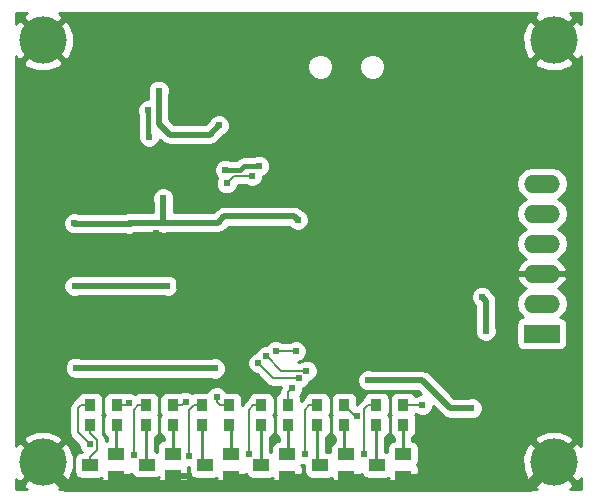
<source format=gbl>
G04 #@! TF.FileFunction,Copper,L2,Bot,Signal*
%FSLAX46Y46*%
G04 Gerber Fmt 4.6, Leading zero omitted, Abs format (unit mm)*
G04 Created by KiCad (PCBNEW 4.0.7) date 03/21/18 23:37:41*
%MOMM*%
%LPD*%
G01*
G04 APERTURE LIST*
%ADD10C,0.101600*%
%ADD11R,3.048000X1.524000*%
%ADD12O,3.048000X1.524000*%
%ADD13R,1.400000X1.000000*%
%ADD14R,0.950000X1.000000*%
%ADD15C,4.000000*%
%ADD16C,0.609600*%
%ADD17C,0.508000*%
%ADD18C,0.254000*%
%ADD19C,1.016000*%
%ADD20C,0.381000*%
%ADD21C,0.203200*%
G04 APERTURE END LIST*
D10*
D11*
X179500000Y-62850000D03*
D12*
X179500000Y-60310000D03*
X179500000Y-57770000D03*
X179500000Y-55230000D03*
X179500000Y-52690000D03*
X179500000Y-50150000D03*
D13*
X143450000Y-73050000D03*
X143450000Y-74950000D03*
X141250000Y-74000000D03*
X148250000Y-73000000D03*
X148250000Y-74900000D03*
X146050000Y-73950000D03*
X153200000Y-73050000D03*
X153200000Y-74950000D03*
X151000000Y-74000000D03*
X157950000Y-73050000D03*
X157950000Y-74950000D03*
X155750000Y-74000000D03*
X162950000Y-73050000D03*
X162950000Y-74950000D03*
X160750000Y-74000000D03*
X167750000Y-73050000D03*
X167750000Y-74950000D03*
X165550000Y-74000000D03*
D14*
X143500000Y-68925000D03*
X143500000Y-70575000D03*
X141250000Y-70575000D03*
X141250000Y-68925000D03*
X148250000Y-68925000D03*
X148250000Y-70575000D03*
X146000000Y-70575000D03*
X146000000Y-68925000D03*
X153000000Y-68925000D03*
X153000000Y-70575000D03*
X150750000Y-70575000D03*
X150750000Y-68925000D03*
X158000000Y-68925000D03*
X158000000Y-70575000D03*
X155750000Y-70575000D03*
X155750000Y-68925000D03*
X162750000Y-68925000D03*
X162750000Y-70575000D03*
X160500000Y-70575000D03*
X160500000Y-68925000D03*
X167750000Y-68925000D03*
X167750000Y-70575000D03*
X165500000Y-70575000D03*
X165500000Y-68925000D03*
D15*
X180500000Y-73750000D03*
X137250000Y-73750000D03*
X137250000Y-38000000D03*
X180500000Y-38000000D03*
D16*
X147068600Y-42275000D03*
X174763000Y-62627600D03*
X173543800Y-69155400D03*
X158862600Y-53210000D03*
X140041200Y-65751800D03*
X139939600Y-58817600D03*
X139888800Y-53509000D03*
X147483400Y-53450000D03*
X152157000Y-45225000D03*
X174432800Y-59732000D03*
X147440000Y-51400000D03*
X144510000Y-53530000D03*
X164800000Y-66800000D03*
X151800000Y-65800000D03*
X147800000Y-58800000D03*
X171000000Y-37000000D03*
X170250000Y-37000000D03*
X169500000Y-37000000D03*
X169500000Y-37750000D03*
X170250000Y-37750000D03*
X171000000Y-37750000D03*
X171000000Y-38500000D03*
X170250000Y-38500000D03*
X169500000Y-38500000D03*
X181500000Y-70250000D03*
X146873800Y-54347200D03*
X156170200Y-51807200D03*
X172299200Y-38980200D03*
X175194800Y-45660400D03*
X171181600Y-45660400D03*
X168794000Y-45228600D03*
X166025400Y-44847600D03*
X161351800Y-44847600D03*
X150100000Y-52450000D03*
X145248200Y-37888000D03*
X147254800Y-37938800D03*
X152157000Y-37253000D03*
X156195600Y-45228600D03*
X149500000Y-44750000D03*
X148500000Y-44750000D03*
X148500000Y-43750000D03*
X149500000Y-43750000D03*
X152250000Y-43250000D03*
X146264200Y-47844800D03*
X140220000Y-49400000D03*
X170000000Y-52400000D03*
X153800000Y-65800000D03*
X148800000Y-58800000D03*
X155586000Y-48657600D03*
X152690400Y-48987800D03*
X146238800Y-46193800D03*
X146175000Y-43925000D03*
X141235000Y-72228800D03*
X144943400Y-73097400D03*
X149667800Y-73194000D03*
X154697000Y-73067000D03*
X159446800Y-73041600D03*
X164476000Y-73055000D03*
X155478034Y-65345390D03*
X158913400Y-66640800D03*
X156144800Y-64761200D03*
X159573800Y-66005800D03*
X144537000Y-68723600D03*
X149337600Y-68644839D03*
X151979200Y-68238429D03*
X152817400Y-50130800D03*
X154976400Y-49495800D03*
X156957600Y-64354800D03*
X158679363Y-64333093D03*
X158380000Y-67425639D03*
X163815600Y-69864041D03*
X169378200Y-68901400D03*
D17*
X148000000Y-46000000D02*
X151382000Y-46000000D01*
X151382000Y-46000000D02*
X152157000Y-45225000D01*
X147068600Y-45068600D02*
X148000000Y-46000000D01*
X147068600Y-42275000D02*
X147068600Y-45068600D01*
X152608399Y-52905201D02*
X152063600Y-53450000D01*
X152063600Y-53450000D02*
X147483400Y-53450000D01*
X158862600Y-53210000D02*
X158557801Y-52905201D01*
X158557801Y-52905201D02*
X152608399Y-52905201D01*
X174763000Y-62627600D02*
X174763000Y-60062200D01*
X174763000Y-60062200D02*
X174432800Y-59732000D01*
X169385000Y-66800000D02*
X171740400Y-69155400D01*
X171740400Y-69155400D02*
X173543800Y-69155400D01*
X164800000Y-66800000D02*
X169385000Y-66800000D01*
X151800000Y-65800000D02*
X140089400Y-65800000D01*
X140089400Y-65800000D02*
X140041200Y-65751800D01*
X147800000Y-58800000D02*
X139957200Y-58800000D01*
X139957200Y-58800000D02*
X139939600Y-58817600D01*
X147440000Y-51400000D02*
X147440000Y-53406600D01*
X147440000Y-53406600D02*
X147483400Y-53450000D01*
X144510000Y-53530000D02*
X139909800Y-53530000D01*
X139909800Y-53530000D02*
X139888800Y-53509000D01*
X147483400Y-53450000D02*
X144590000Y-53450000D01*
X144590000Y-53450000D02*
X144510000Y-53530000D01*
D18*
X169500000Y-37000000D02*
X170250000Y-37000000D01*
X170250000Y-37750000D02*
X169500000Y-37750000D01*
X171000000Y-38500000D02*
X171000000Y-37750000D01*
X169500000Y-38500000D02*
X170250000Y-38500000D01*
X166025400Y-44847600D02*
X166025400Y-41974600D01*
X166025400Y-41974600D02*
X169500000Y-38500000D01*
D19*
X143500000Y-75749999D02*
X148250000Y-75749999D01*
X148250000Y-75749999D02*
X153250000Y-75749999D01*
X148250000Y-74900000D02*
X148250000Y-75749999D01*
X139249999Y-75749999D02*
X143500000Y-75749999D01*
X143450000Y-74950000D02*
X143450000Y-75699999D01*
X143450000Y-75699999D02*
X143500000Y-75749999D01*
X153250000Y-75749999D02*
X158000000Y-75749999D01*
X153200000Y-74950000D02*
X153200000Y-75699999D01*
X153200000Y-75699999D02*
X153250000Y-75749999D01*
X158000000Y-75749999D02*
X163000000Y-75749999D01*
X157950000Y-74950000D02*
X157950000Y-75699999D01*
X157950000Y-75699999D02*
X158000000Y-75749999D01*
X163000000Y-75749999D02*
X167750000Y-75749999D01*
X163000000Y-75749999D02*
X163000000Y-75000000D01*
X163000000Y-75000000D02*
X162950000Y-74950000D01*
X167750000Y-75749999D02*
X178500001Y-75749999D01*
X167750000Y-74950000D02*
X167750000Y-75749999D01*
X137250000Y-73750000D02*
X139249999Y-75749999D01*
X178500001Y-75749999D02*
X180500000Y-73750000D01*
D17*
X145299000Y-37938800D02*
X145248200Y-37888000D01*
D20*
X153985800Y-48987800D02*
X154316000Y-48657600D01*
X154316000Y-48657600D02*
X155586000Y-48657600D01*
X152690400Y-48987800D02*
X153985800Y-48987800D01*
X146175000Y-43925000D02*
X146175000Y-46130000D01*
X146175000Y-46130000D02*
X146238800Y-46193800D01*
D21*
X140220800Y-69153600D02*
X140449400Y-68925000D01*
X140449400Y-68925000D02*
X141250000Y-68925000D01*
X140220800Y-71214600D02*
X140220800Y-69153600D01*
X140220800Y-71214600D02*
X141235000Y-72228800D01*
X144943400Y-73097400D02*
X144943400Y-69303400D01*
X144943400Y-69303400D02*
X145321800Y-68925000D01*
X145321800Y-68925000D02*
X146000000Y-68925000D01*
X144945200Y-73095600D02*
X144943400Y-73097400D01*
X149667800Y-73194000D02*
X149667800Y-69329000D01*
X149667800Y-69329000D02*
X150071800Y-68925000D01*
X150071800Y-68925000D02*
X150750000Y-68925000D01*
X149669600Y-73192200D02*
X149667800Y-73194000D01*
X154697000Y-73067000D02*
X154697000Y-69299800D01*
X154697000Y-69299800D02*
X155071800Y-68925000D01*
X155071800Y-68925000D02*
X155750000Y-68925000D01*
X154720600Y-73043400D02*
X154697000Y-73067000D01*
X159446800Y-73041600D02*
X159446800Y-69300000D01*
X159446800Y-69300000D02*
X159821800Y-68925000D01*
X159821800Y-68925000D02*
X160500000Y-68925000D01*
X159448600Y-73039800D02*
X159446800Y-73041600D01*
X164476000Y-73055000D02*
X164476000Y-69270800D01*
X164476000Y-69270800D02*
X164821800Y-68925000D01*
X164821800Y-68925000D02*
X165500000Y-68925000D01*
X164477800Y-73053200D02*
X164476000Y-73055000D01*
D18*
X143450000Y-73050000D02*
X143450000Y-70625000D01*
X143450000Y-70625000D02*
X143500000Y-70575000D01*
D21*
X141250000Y-70575000D02*
X141250000Y-71278200D01*
X141250000Y-71278200D02*
X141844601Y-71872801D01*
X141844601Y-71872801D02*
X141844601Y-72702199D01*
X141844601Y-72702199D02*
X141250000Y-73296800D01*
X141250000Y-73296800D02*
X141250000Y-74000000D01*
D18*
X148250000Y-73000000D02*
X148250000Y-70575000D01*
X146000000Y-70575000D02*
X146000000Y-73900000D01*
X146000000Y-73900000D02*
X146050000Y-73950000D01*
X153200000Y-73050000D02*
X153200000Y-70775000D01*
X153200000Y-70775000D02*
X153000000Y-70575000D01*
X150750000Y-70575000D02*
X150750000Y-73750000D01*
X150750000Y-73750000D02*
X151000000Y-74000000D01*
X158000000Y-70575000D02*
X158000000Y-73000000D01*
X158000000Y-73000000D02*
X157950000Y-73050000D01*
X155750000Y-70575000D02*
X155750000Y-74000000D01*
X162750000Y-70575000D02*
X162750000Y-72850000D01*
X162750000Y-72850000D02*
X162950000Y-73050000D01*
X160500000Y-70575000D02*
X160500000Y-73750000D01*
X160500000Y-73750000D02*
X160750000Y-74000000D01*
X167750000Y-70575000D02*
X167750000Y-73050000D01*
X165500000Y-70575000D02*
X165500000Y-73950000D01*
X165500000Y-73950000D02*
X165550000Y-74000000D01*
D21*
X155782833Y-65650189D02*
X155478034Y-65345390D01*
X156773444Y-66640800D02*
X155782833Y-65650189D01*
X158913400Y-66640800D02*
X156773444Y-66640800D01*
X157440200Y-66005800D02*
X156195600Y-64761200D01*
X156195600Y-64761200D02*
X156144800Y-64761200D01*
X159573800Y-66005800D02*
X157440200Y-66005800D01*
X144537000Y-68723600D02*
X144335600Y-68925000D01*
X144335600Y-68925000D02*
X143500000Y-68925000D01*
X149337600Y-68644839D02*
X149060000Y-68922439D01*
X149060000Y-68922439D02*
X149060000Y-68925000D01*
X148250000Y-68925000D02*
X149060000Y-68925000D01*
X151979200Y-68238429D02*
X151979200Y-68669481D01*
X151979200Y-68669481D02*
X152234719Y-68925000D01*
X152234719Y-68925000D02*
X153000000Y-68925000D01*
X154976400Y-49495800D02*
X153452400Y-49495800D01*
X153452400Y-49495800D02*
X152817400Y-50130800D01*
X158679363Y-64333093D02*
X156979307Y-64333093D01*
X156979307Y-64333093D02*
X156957600Y-64354800D01*
X158000000Y-68925000D02*
X158000000Y-67805639D01*
X158000000Y-67805639D02*
X158380000Y-67425639D01*
X163815600Y-69864041D02*
X163689041Y-69864041D01*
X163689041Y-69864041D02*
X162750000Y-68925000D01*
X167750000Y-68925000D02*
X169354600Y-68925000D01*
X169354600Y-68925000D02*
X169378200Y-68901400D01*
D18*
G36*
X159259042Y-73981237D02*
X159402560Y-73981362D01*
X159402560Y-74500000D01*
X159446838Y-74735317D01*
X159585910Y-74951441D01*
X159798110Y-75096431D01*
X160050000Y-75147440D01*
X161450000Y-75147440D01*
X161685317Y-75103162D01*
X161725971Y-75077002D01*
X161773748Y-75077002D01*
X161615000Y-75235750D01*
X161615000Y-75576309D01*
X161711673Y-75809698D01*
X161890301Y-75988327D01*
X162015051Y-76040000D01*
X158884949Y-76040000D01*
X159009699Y-75988327D01*
X159188327Y-75809698D01*
X159285000Y-75576309D01*
X159285000Y-75235750D01*
X159126250Y-75077000D01*
X158077000Y-75077000D01*
X158077000Y-75097000D01*
X157823000Y-75097000D01*
X157823000Y-75077000D01*
X157803000Y-75077000D01*
X157803000Y-74823000D01*
X157823000Y-74823000D01*
X157823000Y-74803000D01*
X158077000Y-74803000D01*
X158077000Y-74823000D01*
X159126250Y-74823000D01*
X159285000Y-74664250D01*
X159285000Y-74323691D01*
X159188327Y-74090302D01*
X159105774Y-74007748D01*
X159153759Y-73937520D01*
X159259042Y-73981237D01*
X159259042Y-73981237D01*
G37*
X159259042Y-73981237D02*
X159402560Y-73981362D01*
X159402560Y-74500000D01*
X159446838Y-74735317D01*
X159585910Y-74951441D01*
X159798110Y-75096431D01*
X160050000Y-75147440D01*
X161450000Y-75147440D01*
X161685317Y-75103162D01*
X161725971Y-75077002D01*
X161773748Y-75077002D01*
X161615000Y-75235750D01*
X161615000Y-75576309D01*
X161711673Y-75809698D01*
X161890301Y-75988327D01*
X162015051Y-76040000D01*
X158884949Y-76040000D01*
X159009699Y-75988327D01*
X159188327Y-75809698D01*
X159285000Y-75576309D01*
X159285000Y-75235750D01*
X159126250Y-75077000D01*
X158077000Y-75077000D01*
X158077000Y-75097000D01*
X157823000Y-75097000D01*
X157823000Y-75077000D01*
X157803000Y-75077000D01*
X157803000Y-74823000D01*
X157823000Y-74823000D01*
X157823000Y-74803000D01*
X158077000Y-74803000D01*
X158077000Y-74823000D01*
X159126250Y-74823000D01*
X159285000Y-74664250D01*
X159285000Y-74323691D01*
X159188327Y-74090302D01*
X159105774Y-74007748D01*
X159153759Y-73937520D01*
X159259042Y-73981237D01*
G36*
X149652560Y-74133787D02*
X149652560Y-74500000D01*
X149696838Y-74735317D01*
X149835910Y-74951441D01*
X150048110Y-75096431D01*
X150300000Y-75147440D01*
X151700000Y-75147440D01*
X151935317Y-75103162D01*
X151975971Y-75077002D01*
X152023748Y-75077002D01*
X151865000Y-75235750D01*
X151865000Y-75576309D01*
X151961673Y-75809698D01*
X152140301Y-75988327D01*
X152265051Y-76040000D01*
X144384949Y-76040000D01*
X144509699Y-75988327D01*
X144688327Y-75809698D01*
X144785000Y-75576309D01*
X144785000Y-75235750D01*
X144626250Y-75077000D01*
X143577000Y-75077000D01*
X143577000Y-75097000D01*
X143323000Y-75097000D01*
X143323000Y-75077000D01*
X143303000Y-75077000D01*
X143303000Y-74823000D01*
X143323000Y-74823000D01*
X143323000Y-74803000D01*
X143577000Y-74803000D01*
X143577000Y-74823000D01*
X144626250Y-74823000D01*
X144753531Y-74695719D01*
X144885910Y-74901441D01*
X145098110Y-75046431D01*
X145350000Y-75097440D01*
X146750000Y-75097440D01*
X146985317Y-75053162D01*
X147025971Y-75027002D01*
X147073748Y-75027002D01*
X146915000Y-75185750D01*
X146915000Y-75526309D01*
X147011673Y-75759698D01*
X147190301Y-75938327D01*
X147423690Y-76035000D01*
X147964250Y-76035000D01*
X148123000Y-75876250D01*
X148123000Y-75027000D01*
X148377000Y-75027000D01*
X148377000Y-75876250D01*
X148535750Y-76035000D01*
X149076310Y-76035000D01*
X149309699Y-75938327D01*
X149488327Y-75759698D01*
X149585000Y-75526309D01*
X149585000Y-75185750D01*
X149426250Y-75027000D01*
X148377000Y-75027000D01*
X148123000Y-75027000D01*
X148103000Y-75027000D01*
X148103000Y-74773000D01*
X148123000Y-74773000D01*
X148123000Y-74753000D01*
X148377000Y-74753000D01*
X148377000Y-74773000D01*
X149426250Y-74773000D01*
X149585000Y-74614250D01*
X149585000Y-74273691D01*
X149527005Y-74133678D01*
X149652560Y-74133787D01*
X149652560Y-74133787D01*
G37*
X149652560Y-74133787D02*
X149652560Y-74500000D01*
X149696838Y-74735317D01*
X149835910Y-74951441D01*
X150048110Y-75096431D01*
X150300000Y-75147440D01*
X151700000Y-75147440D01*
X151935317Y-75103162D01*
X151975971Y-75077002D01*
X152023748Y-75077002D01*
X151865000Y-75235750D01*
X151865000Y-75576309D01*
X151961673Y-75809698D01*
X152140301Y-75988327D01*
X152265051Y-76040000D01*
X144384949Y-76040000D01*
X144509699Y-75988327D01*
X144688327Y-75809698D01*
X144785000Y-75576309D01*
X144785000Y-75235750D01*
X144626250Y-75077000D01*
X143577000Y-75077000D01*
X143577000Y-75097000D01*
X143323000Y-75097000D01*
X143323000Y-75077000D01*
X143303000Y-75077000D01*
X143303000Y-74823000D01*
X143323000Y-74823000D01*
X143323000Y-74803000D01*
X143577000Y-74803000D01*
X143577000Y-74823000D01*
X144626250Y-74823000D01*
X144753531Y-74695719D01*
X144885910Y-74901441D01*
X145098110Y-75046431D01*
X145350000Y-75097440D01*
X146750000Y-75097440D01*
X146985317Y-75053162D01*
X147025971Y-75027002D01*
X147073748Y-75027002D01*
X146915000Y-75185750D01*
X146915000Y-75526309D01*
X147011673Y-75759698D01*
X147190301Y-75938327D01*
X147423690Y-76035000D01*
X147964250Y-76035000D01*
X148123000Y-75876250D01*
X148123000Y-75027000D01*
X148377000Y-75027000D01*
X148377000Y-75876250D01*
X148535750Y-76035000D01*
X149076310Y-76035000D01*
X149309699Y-75938327D01*
X149488327Y-75759698D01*
X149585000Y-75526309D01*
X149585000Y-75185750D01*
X149426250Y-75027000D01*
X148377000Y-75027000D01*
X148123000Y-75027000D01*
X148103000Y-75027000D01*
X148103000Y-74773000D01*
X148123000Y-74773000D01*
X148123000Y-74753000D01*
X148377000Y-74753000D01*
X148377000Y-74773000D01*
X149426250Y-74773000D01*
X149585000Y-74614250D01*
X149585000Y-74273691D01*
X149527005Y-74133678D01*
X149652560Y-74133787D01*
G36*
X154585910Y-74951441D02*
X154798110Y-75096431D01*
X155050000Y-75147440D01*
X156450000Y-75147440D01*
X156685317Y-75103162D01*
X156725971Y-75077002D01*
X156773748Y-75077002D01*
X156615000Y-75235750D01*
X156615000Y-75576309D01*
X156711673Y-75809698D01*
X156890301Y-75988327D01*
X157015051Y-76040000D01*
X154134949Y-76040000D01*
X154259699Y-75988327D01*
X154438327Y-75809698D01*
X154535000Y-75576309D01*
X154535000Y-75235750D01*
X154376250Y-75077000D01*
X153327000Y-75077000D01*
X153327000Y-75097000D01*
X153073000Y-75097000D01*
X153073000Y-75077000D01*
X153053000Y-75077000D01*
X153053000Y-74823000D01*
X153073000Y-74823000D01*
X153073000Y-74803000D01*
X153327000Y-74803000D01*
X153327000Y-74823000D01*
X154376250Y-74823000D01*
X154453531Y-74745719D01*
X154585910Y-74951441D01*
X154585910Y-74951441D01*
G37*
X154585910Y-74951441D02*
X154798110Y-75096431D01*
X155050000Y-75147440D01*
X156450000Y-75147440D01*
X156685317Y-75103162D01*
X156725971Y-75077002D01*
X156773748Y-75077002D01*
X156615000Y-75235750D01*
X156615000Y-75576309D01*
X156711673Y-75809698D01*
X156890301Y-75988327D01*
X157015051Y-76040000D01*
X154134949Y-76040000D01*
X154259699Y-75988327D01*
X154438327Y-75809698D01*
X154535000Y-75576309D01*
X154535000Y-75235750D01*
X154376250Y-75077000D01*
X153327000Y-75077000D01*
X153327000Y-75097000D01*
X153073000Y-75097000D01*
X153073000Y-75077000D01*
X153053000Y-75077000D01*
X153053000Y-74823000D01*
X153073000Y-74823000D01*
X153073000Y-74803000D01*
X153327000Y-74803000D01*
X153327000Y-74823000D01*
X154376250Y-74823000D01*
X154453531Y-74745719D01*
X154585910Y-74951441D01*
G36*
X164246838Y-74735317D02*
X164385910Y-74951441D01*
X164598110Y-75096431D01*
X164850000Y-75147440D01*
X166250000Y-75147440D01*
X166485317Y-75103162D01*
X166525971Y-75077002D01*
X166573748Y-75077002D01*
X166415000Y-75235750D01*
X166415000Y-75576309D01*
X166511673Y-75809698D01*
X166690301Y-75988327D01*
X166815051Y-76040000D01*
X163884949Y-76040000D01*
X164009699Y-75988327D01*
X164188327Y-75809698D01*
X164285000Y-75576309D01*
X164285000Y-75235750D01*
X164126250Y-75077000D01*
X163077000Y-75077000D01*
X163077000Y-75097000D01*
X162823000Y-75097000D01*
X162823000Y-75077000D01*
X162803000Y-75077000D01*
X162803000Y-74823000D01*
X162823000Y-74823000D01*
X162823000Y-74803000D01*
X163077000Y-74803000D01*
X163077000Y-74823000D01*
X164126250Y-74823000D01*
X164241627Y-74707623D01*
X164246838Y-74735317D01*
X164246838Y-74735317D01*
G37*
X164246838Y-74735317D02*
X164385910Y-74951441D01*
X164598110Y-75096431D01*
X164850000Y-75147440D01*
X166250000Y-75147440D01*
X166485317Y-75103162D01*
X166525971Y-75077002D01*
X166573748Y-75077002D01*
X166415000Y-75235750D01*
X166415000Y-75576309D01*
X166511673Y-75809698D01*
X166690301Y-75988327D01*
X166815051Y-76040000D01*
X163884949Y-76040000D01*
X164009699Y-75988327D01*
X164188327Y-75809698D01*
X164285000Y-75576309D01*
X164285000Y-75235750D01*
X164126250Y-75077000D01*
X163077000Y-75077000D01*
X163077000Y-75097000D01*
X162823000Y-75097000D01*
X162823000Y-75077000D01*
X162803000Y-75077000D01*
X162803000Y-74823000D01*
X162823000Y-74823000D01*
X162823000Y-74803000D01*
X163077000Y-74803000D01*
X163077000Y-74823000D01*
X164126250Y-74823000D01*
X164241627Y-74707623D01*
X164246838Y-74735317D01*
G36*
X135775353Y-35754257D02*
X135554584Y-36124978D01*
X137250000Y-37820395D01*
X138945416Y-36124978D01*
X138724647Y-35754257D01*
X138615330Y-35710000D01*
X179132199Y-35710000D01*
X179025353Y-35754257D01*
X178804584Y-36124978D01*
X180500000Y-37820395D01*
X182195416Y-36124978D01*
X181974647Y-35754257D01*
X181865330Y-35710000D01*
X182790000Y-35710000D01*
X182790000Y-36632199D01*
X182745743Y-36525353D01*
X182375022Y-36304584D01*
X180679605Y-38000000D01*
X182375022Y-39695416D01*
X182745743Y-39474647D01*
X182790000Y-39365330D01*
X182790000Y-72382199D01*
X182745743Y-72275353D01*
X182375022Y-72054584D01*
X180679605Y-73750000D01*
X182375022Y-75445416D01*
X182745743Y-75224647D01*
X182790000Y-75115330D01*
X182790000Y-76040000D01*
X181867801Y-76040000D01*
X181974647Y-75995743D01*
X182195416Y-75625022D01*
X180500000Y-73929605D01*
X178804584Y-75625022D01*
X179025353Y-75995743D01*
X179134670Y-76040000D01*
X168684949Y-76040000D01*
X168809699Y-75988327D01*
X168988327Y-75809698D01*
X169085000Y-75576309D01*
X169085000Y-75235750D01*
X168926250Y-75077000D01*
X167877000Y-75077000D01*
X167877000Y-75097000D01*
X167623000Y-75097000D01*
X167623000Y-75077000D01*
X167603000Y-75077000D01*
X167603000Y-74823000D01*
X167623000Y-74823000D01*
X167623000Y-74803000D01*
X167877000Y-74803000D01*
X167877000Y-74823000D01*
X168926250Y-74823000D01*
X169085000Y-74664250D01*
X169085000Y-74323691D01*
X168988327Y-74090302D01*
X168905774Y-74007748D01*
X169046431Y-73801890D01*
X169097440Y-73550000D01*
X169097440Y-73247012D01*
X177860881Y-73247012D01*
X177869287Y-74295247D01*
X178254257Y-75224647D01*
X178624978Y-75445416D01*
X180320395Y-73750000D01*
X178624978Y-72054584D01*
X178254257Y-72275353D01*
X177860881Y-73247012D01*
X169097440Y-73247012D01*
X169097440Y-72550000D01*
X169053162Y-72314683D01*
X168914090Y-72098559D01*
X168701890Y-71953569D01*
X168512000Y-71915115D01*
X168512000Y-71874978D01*
X178804584Y-71874978D01*
X180500000Y-73570395D01*
X182195416Y-71874978D01*
X181974647Y-71504257D01*
X181002988Y-71110881D01*
X179954753Y-71119287D01*
X179025353Y-71504257D01*
X178804584Y-71874978D01*
X168512000Y-71874978D01*
X168512000Y-71644905D01*
X168676441Y-71539090D01*
X168821431Y-71326890D01*
X168872440Y-71075000D01*
X168872440Y-70075000D01*
X168828162Y-69839683D01*
X168770949Y-69750772D01*
X168821431Y-69676890D01*
X168821935Y-69674402D01*
X168845151Y-69697659D01*
X169190442Y-69841037D01*
X169564318Y-69841363D01*
X169909859Y-69698588D01*
X170174459Y-69434449D01*
X170317837Y-69089158D01*
X170317923Y-68990159D01*
X171111782Y-69784018D01*
X171400195Y-69976730D01*
X171740400Y-70044400D01*
X173234095Y-70044400D01*
X173356042Y-70095037D01*
X173729918Y-70095363D01*
X174075459Y-69952588D01*
X174340059Y-69688449D01*
X174483437Y-69343158D01*
X174483763Y-68969282D01*
X174340988Y-68623741D01*
X174076849Y-68359141D01*
X173731558Y-68215763D01*
X173357682Y-68215437D01*
X173234342Y-68266400D01*
X172108636Y-68266400D01*
X170013618Y-66171382D01*
X169920468Y-66109141D01*
X169725206Y-65978671D01*
X169385000Y-65911000D01*
X165109705Y-65911000D01*
X164987758Y-65860363D01*
X164613882Y-65860037D01*
X164268341Y-66002812D01*
X164003741Y-66266951D01*
X163860363Y-66612242D01*
X163860037Y-66986118D01*
X164002812Y-67331659D01*
X164266951Y-67596259D01*
X164612242Y-67739637D01*
X164986118Y-67739963D01*
X165109458Y-67689000D01*
X169016764Y-67689000D01*
X169289286Y-67961522D01*
X169192082Y-67961437D01*
X168846541Y-68104212D01*
X168801863Y-68148813D01*
X168689090Y-67973559D01*
X168476890Y-67828569D01*
X168225000Y-67777560D01*
X167275000Y-67777560D01*
X167039683Y-67821838D01*
X166823559Y-67960910D01*
X166678569Y-68173110D01*
X166627560Y-68425000D01*
X166627560Y-69425000D01*
X166671838Y-69660317D01*
X166729051Y-69749228D01*
X166678569Y-69823110D01*
X166627560Y-70075000D01*
X166627560Y-71075000D01*
X166671838Y-71310317D01*
X166810910Y-71526441D01*
X166988000Y-71647441D01*
X166988000Y-71914226D01*
X166814683Y-71946838D01*
X166598559Y-72085910D01*
X166453569Y-72298110D01*
X166402560Y-72550000D01*
X166402560Y-72883454D01*
X166262000Y-72854990D01*
X166262000Y-71644905D01*
X166426441Y-71539090D01*
X166571431Y-71326890D01*
X166622440Y-71075000D01*
X166622440Y-70075000D01*
X166578162Y-69839683D01*
X166520949Y-69750772D01*
X166571431Y-69676890D01*
X166622440Y-69425000D01*
X166622440Y-68425000D01*
X166578162Y-68189683D01*
X166439090Y-67973559D01*
X166226890Y-67828569D01*
X165975000Y-67777560D01*
X165025000Y-67777560D01*
X164789683Y-67821838D01*
X164573559Y-67960910D01*
X164428569Y-68173110D01*
X164394433Y-68341678D01*
X164300945Y-68404145D01*
X163955145Y-68749945D01*
X163872440Y-68873722D01*
X163872440Y-68425000D01*
X163828162Y-68189683D01*
X163689090Y-67973559D01*
X163476890Y-67828569D01*
X163225000Y-67777560D01*
X162275000Y-67777560D01*
X162039683Y-67821838D01*
X161823559Y-67960910D01*
X161678569Y-68173110D01*
X161627560Y-68425000D01*
X161627560Y-69425000D01*
X161671838Y-69660317D01*
X161729051Y-69749228D01*
X161678569Y-69823110D01*
X161627560Y-70075000D01*
X161627560Y-71075000D01*
X161671838Y-71310317D01*
X161810910Y-71526441D01*
X161988000Y-71647441D01*
X161988000Y-71964008D01*
X161798559Y-72085910D01*
X161653569Y-72298110D01*
X161602560Y-72550000D01*
X161602560Y-72883454D01*
X161450000Y-72852560D01*
X161262000Y-72852560D01*
X161262000Y-71644905D01*
X161426441Y-71539090D01*
X161571431Y-71326890D01*
X161622440Y-71075000D01*
X161622440Y-70075000D01*
X161578162Y-69839683D01*
X161520949Y-69750772D01*
X161571431Y-69676890D01*
X161622440Y-69425000D01*
X161622440Y-68425000D01*
X161578162Y-68189683D01*
X161439090Y-67973559D01*
X161226890Y-67828569D01*
X160975000Y-67777560D01*
X160025000Y-67777560D01*
X159789683Y-67821838D01*
X159573559Y-67960910D01*
X159428569Y-68173110D01*
X159394433Y-68341678D01*
X159300945Y-68404145D01*
X159122440Y-68582650D01*
X159122440Y-68425000D01*
X159078162Y-68189683D01*
X159026025Y-68108660D01*
X159176259Y-67958688D01*
X159319637Y-67613397D01*
X159319745Y-67489767D01*
X159445059Y-67437988D01*
X159709659Y-67173849D01*
X159813575Y-66923592D01*
X160105459Y-66802988D01*
X160370059Y-66538849D01*
X160513437Y-66193558D01*
X160513763Y-65819682D01*
X160370988Y-65474141D01*
X160106849Y-65209541D01*
X159761558Y-65066163D01*
X159387682Y-65065837D01*
X159042141Y-65208612D01*
X158981447Y-65269200D01*
X158874813Y-65269200D01*
X159211022Y-65130281D01*
X159475622Y-64866142D01*
X159619000Y-64520851D01*
X159619326Y-64146975D01*
X159476551Y-63801434D01*
X159212412Y-63536834D01*
X158867121Y-63393456D01*
X158493245Y-63393130D01*
X158147704Y-63535905D01*
X158087010Y-63596493D01*
X157528535Y-63596493D01*
X157490649Y-63558541D01*
X157145358Y-63415163D01*
X156771482Y-63414837D01*
X156425941Y-63557612D01*
X156161679Y-63821414D01*
X155958682Y-63821237D01*
X155613141Y-63964012D01*
X155348541Y-64228151D01*
X155271411Y-64413899D01*
X154946375Y-64548202D01*
X154681775Y-64812341D01*
X154538397Y-65157632D01*
X154538071Y-65531508D01*
X154680846Y-65877049D01*
X154944985Y-66141649D01*
X155290276Y-66285027D01*
X155376036Y-66285102D01*
X156252589Y-67161655D01*
X156491560Y-67321331D01*
X156773444Y-67377401D01*
X156773449Y-67377400D01*
X157417261Y-67377400D01*
X157319470Y-67523754D01*
X157263400Y-67805639D01*
X157263400Y-67838751D01*
X157073559Y-67960910D01*
X156928569Y-68173110D01*
X156877560Y-68425000D01*
X156877560Y-69425000D01*
X156921838Y-69660317D01*
X156979051Y-69749228D01*
X156928569Y-69823110D01*
X156877560Y-70075000D01*
X156877560Y-71075000D01*
X156921838Y-71310317D01*
X157060910Y-71526441D01*
X157238000Y-71647441D01*
X157238000Y-71904818D01*
X157014683Y-71946838D01*
X156798559Y-72085910D01*
X156653569Y-72298110D01*
X156602560Y-72550000D01*
X156602560Y-72883454D01*
X156512000Y-72865115D01*
X156512000Y-71644905D01*
X156676441Y-71539090D01*
X156821431Y-71326890D01*
X156872440Y-71075000D01*
X156872440Y-70075000D01*
X156828162Y-69839683D01*
X156770949Y-69750772D01*
X156821431Y-69676890D01*
X156872440Y-69425000D01*
X156872440Y-68425000D01*
X156828162Y-68189683D01*
X156689090Y-67973559D01*
X156476890Y-67828569D01*
X156225000Y-67777560D01*
X155275000Y-67777560D01*
X155039683Y-67821838D01*
X154823559Y-67960910D01*
X154678569Y-68173110D01*
X154644433Y-68341678D01*
X154550945Y-68404145D01*
X154176145Y-68778945D01*
X154122440Y-68859320D01*
X154122440Y-68425000D01*
X154078162Y-68189683D01*
X153939090Y-67973559D01*
X153726890Y-67828569D01*
X153475000Y-67777560D01*
X152805638Y-67777560D01*
X152776388Y-67706770D01*
X152512249Y-67442170D01*
X152166958Y-67298792D01*
X151793082Y-67298466D01*
X151447541Y-67441241D01*
X151182941Y-67705380D01*
X151152969Y-67777560D01*
X150275000Y-67777560D01*
X150039683Y-67821838D01*
X149920507Y-67898525D01*
X149870649Y-67848580D01*
X149525358Y-67705202D01*
X149151482Y-67704876D01*
X148893159Y-67811613D01*
X148725000Y-67777560D01*
X147775000Y-67777560D01*
X147539683Y-67821838D01*
X147323559Y-67960910D01*
X147178569Y-68173110D01*
X147127560Y-68425000D01*
X147127560Y-69425000D01*
X147171838Y-69660317D01*
X147229051Y-69749228D01*
X147178569Y-69823110D01*
X147127560Y-70075000D01*
X147127560Y-71075000D01*
X147171838Y-71310317D01*
X147310910Y-71526441D01*
X147488000Y-71647441D01*
X147488000Y-71864226D01*
X147314683Y-71896838D01*
X147098559Y-72035910D01*
X146953569Y-72248110D01*
X146902560Y-72500000D01*
X146902560Y-72833454D01*
X146762000Y-72804990D01*
X146762000Y-71644905D01*
X146926441Y-71539090D01*
X147071431Y-71326890D01*
X147122440Y-71075000D01*
X147122440Y-70075000D01*
X147078162Y-69839683D01*
X147020949Y-69750772D01*
X147071431Y-69676890D01*
X147122440Y-69425000D01*
X147122440Y-68425000D01*
X147078162Y-68189683D01*
X146939090Y-67973559D01*
X146726890Y-67828569D01*
X146475000Y-67777560D01*
X145525000Y-67777560D01*
X145289683Y-67821838D01*
X145091826Y-67949156D01*
X145070049Y-67927341D01*
X144724758Y-67783963D01*
X144350882Y-67783637D01*
X144232636Y-67832495D01*
X144226890Y-67828569D01*
X143975000Y-67777560D01*
X143025000Y-67777560D01*
X142789683Y-67821838D01*
X142573559Y-67960910D01*
X142428569Y-68173110D01*
X142377560Y-68425000D01*
X142377560Y-69425000D01*
X142421838Y-69660317D01*
X142479051Y-69749228D01*
X142428569Y-69823110D01*
X142377560Y-70075000D01*
X142377560Y-71075000D01*
X142421838Y-71310317D01*
X142560910Y-71526441D01*
X142688000Y-71613278D01*
X142688000Y-71914226D01*
X142581201Y-71934322D01*
X142581201Y-71872801D01*
X142525131Y-71590916D01*
X142365456Y-71351946D01*
X142324625Y-71311115D01*
X142372440Y-71075000D01*
X142372440Y-70075000D01*
X142328162Y-69839683D01*
X142270949Y-69750772D01*
X142321431Y-69676890D01*
X142372440Y-69425000D01*
X142372440Y-68425000D01*
X142328162Y-68189683D01*
X142189090Y-67973559D01*
X141976890Y-67828569D01*
X141725000Y-67777560D01*
X140775000Y-67777560D01*
X140539683Y-67821838D01*
X140323559Y-67960910D01*
X140178569Y-68173110D01*
X140163587Y-68247095D01*
X139928545Y-68404145D01*
X139699945Y-68632745D01*
X139540270Y-68871715D01*
X139484200Y-69153600D01*
X139484200Y-71214600D01*
X139540270Y-71496485D01*
X139699945Y-71735455D01*
X140295111Y-72330621D01*
X140295037Y-72414918D01*
X140437812Y-72760459D01*
X140532954Y-72855767D01*
X140314683Y-72896838D01*
X140098559Y-73035910D01*
X139953569Y-73248110D01*
X139902560Y-73500000D01*
X139902560Y-74500000D01*
X139946838Y-74735317D01*
X140085910Y-74951441D01*
X140298110Y-75096431D01*
X140550000Y-75147440D01*
X141950000Y-75147440D01*
X142185317Y-75103162D01*
X142225971Y-75077002D01*
X142273748Y-75077002D01*
X142115000Y-75235750D01*
X142115000Y-75576309D01*
X142211673Y-75809698D01*
X142390301Y-75988327D01*
X142515051Y-76040000D01*
X138617801Y-76040000D01*
X138724647Y-75995743D01*
X138945416Y-75625022D01*
X137250000Y-73929605D01*
X135554584Y-75625022D01*
X135775353Y-75995743D01*
X135884670Y-76040000D01*
X134960000Y-76040000D01*
X134960000Y-75117801D01*
X135004257Y-75224647D01*
X135374978Y-75445416D01*
X137070395Y-73750000D01*
X137429605Y-73750000D01*
X139125022Y-75445416D01*
X139495743Y-75224647D01*
X139889119Y-74252988D01*
X139880713Y-73204753D01*
X139495743Y-72275353D01*
X139125022Y-72054584D01*
X137429605Y-73750000D01*
X137070395Y-73750000D01*
X135374978Y-72054584D01*
X135004257Y-72275353D01*
X134960000Y-72384670D01*
X134960000Y-71874978D01*
X135554584Y-71874978D01*
X137250000Y-73570395D01*
X138945416Y-71874978D01*
X138724647Y-71504257D01*
X137752988Y-71110881D01*
X136704753Y-71119287D01*
X135775353Y-71504257D01*
X135554584Y-71874978D01*
X134960000Y-71874978D01*
X134960000Y-65937918D01*
X139101237Y-65937918D01*
X139244012Y-66283459D01*
X139508151Y-66548059D01*
X139853442Y-66691437D01*
X140227318Y-66691763D01*
X140234005Y-66689000D01*
X151490295Y-66689000D01*
X151612242Y-66739637D01*
X151986118Y-66739963D01*
X152331659Y-66597188D01*
X152596259Y-66333049D01*
X152739637Y-65987758D01*
X152739963Y-65613882D01*
X152597188Y-65268341D01*
X152333049Y-65003741D01*
X151987758Y-64860363D01*
X151613882Y-64860037D01*
X151490542Y-64911000D01*
X140466983Y-64911000D01*
X140228958Y-64812163D01*
X139855082Y-64811837D01*
X139509541Y-64954612D01*
X139244941Y-65218751D01*
X139101563Y-65564042D01*
X139101237Y-65937918D01*
X134960000Y-65937918D01*
X134960000Y-59918118D01*
X173492837Y-59918118D01*
X173635612Y-60263659D01*
X173874000Y-60502463D01*
X173874000Y-62317895D01*
X173823363Y-62439842D01*
X173823037Y-62813718D01*
X173965812Y-63159259D01*
X174229951Y-63423859D01*
X174575242Y-63567237D01*
X174949118Y-63567563D01*
X175294659Y-63424788D01*
X175559259Y-63160649D01*
X175702637Y-62815358D01*
X175702963Y-62441482D01*
X175652000Y-62318142D01*
X175652000Y-60310000D01*
X177298703Y-60310000D01*
X177405043Y-60844609D01*
X177707875Y-61297828D01*
X177933466Y-61448563D01*
X177740683Y-61484838D01*
X177524559Y-61623910D01*
X177379569Y-61836110D01*
X177328560Y-62088000D01*
X177328560Y-63612000D01*
X177372838Y-63847317D01*
X177511910Y-64063441D01*
X177724110Y-64208431D01*
X177976000Y-64259440D01*
X181024000Y-64259440D01*
X181259317Y-64215162D01*
X181475441Y-64076090D01*
X181620431Y-63863890D01*
X181671440Y-63612000D01*
X181671440Y-62088000D01*
X181627162Y-61852683D01*
X181488090Y-61636559D01*
X181275890Y-61491569D01*
X181065834Y-61449032D01*
X181292125Y-61297828D01*
X181594957Y-60844609D01*
X181701297Y-60310000D01*
X181594957Y-59775391D01*
X181292125Y-59322172D01*
X180854338Y-59029651D01*
X180913941Y-59012059D01*
X181339630Y-58668026D01*
X181601260Y-58187277D01*
X181616220Y-58113070D01*
X181493720Y-57897000D01*
X179627000Y-57897000D01*
X179627000Y-57917000D01*
X179373000Y-57917000D01*
X179373000Y-57897000D01*
X177506280Y-57897000D01*
X177383780Y-58113070D01*
X177398740Y-58187277D01*
X177660370Y-58668026D01*
X178086059Y-59012059D01*
X178145662Y-59029651D01*
X177707875Y-59322172D01*
X177405043Y-59775391D01*
X177298703Y-60310000D01*
X175652000Y-60310000D01*
X175652000Y-60062200D01*
X175584329Y-59721994D01*
X175391618Y-59433582D01*
X175280412Y-59322376D01*
X175229988Y-59200341D01*
X174965849Y-58935741D01*
X174620558Y-58792363D01*
X174246682Y-58792037D01*
X173901141Y-58934812D01*
X173636541Y-59198951D01*
X173493163Y-59544242D01*
X173492837Y-59918118D01*
X134960000Y-59918118D01*
X134960000Y-59003718D01*
X138999637Y-59003718D01*
X139142412Y-59349259D01*
X139406551Y-59613859D01*
X139751842Y-59757237D01*
X140125718Y-59757563D01*
X140291653Y-59689000D01*
X147490295Y-59689000D01*
X147612242Y-59739637D01*
X147986118Y-59739963D01*
X148331659Y-59597188D01*
X148596259Y-59333049D01*
X148739637Y-58987758D01*
X148739963Y-58613882D01*
X148597188Y-58268341D01*
X148333049Y-58003741D01*
X147987758Y-57860363D01*
X147613882Y-57860037D01*
X147490542Y-57911000D01*
X140206920Y-57911000D01*
X140127358Y-57877963D01*
X139753482Y-57877637D01*
X139407941Y-58020412D01*
X139143341Y-58284551D01*
X138999963Y-58629842D01*
X138999637Y-59003718D01*
X134960000Y-59003718D01*
X134960000Y-53695118D01*
X138948837Y-53695118D01*
X139091612Y-54040659D01*
X139355751Y-54305259D01*
X139701042Y-54448637D01*
X140074918Y-54448963D01*
X140147434Y-54419000D01*
X144200295Y-54419000D01*
X144322242Y-54469637D01*
X144696118Y-54469963D01*
X145013072Y-54339000D01*
X147173695Y-54339000D01*
X147295642Y-54389637D01*
X147669518Y-54389963D01*
X147792858Y-54339000D01*
X152063600Y-54339000D01*
X152403806Y-54271329D01*
X152692218Y-54078618D01*
X152976635Y-53794201D01*
X158117862Y-53794201D01*
X158329551Y-54006259D01*
X158674842Y-54149637D01*
X159048718Y-54149963D01*
X159394259Y-54007188D01*
X159658859Y-53743049D01*
X159802237Y-53397758D01*
X159802563Y-53023882D01*
X159659788Y-52678341D01*
X159395649Y-52413741D01*
X159272399Y-52362563D01*
X159186419Y-52276583D01*
X159067596Y-52197188D01*
X158898007Y-52083872D01*
X158557801Y-52016201D01*
X152608399Y-52016201D01*
X152268193Y-52083872D01*
X152098604Y-52197188D01*
X151979781Y-52276583D01*
X151695364Y-52561000D01*
X148329000Y-52561000D01*
X148329000Y-51709705D01*
X148379637Y-51587758D01*
X148379963Y-51213882D01*
X148237188Y-50868341D01*
X147973049Y-50603741D01*
X147627758Y-50460363D01*
X147253882Y-50460037D01*
X146908341Y-50602812D01*
X146643741Y-50866951D01*
X146500363Y-51212242D01*
X146500037Y-51586118D01*
X146551000Y-51709458D01*
X146551000Y-52561000D01*
X144590000Y-52561000D01*
X144443496Y-52590141D01*
X144323882Y-52590037D01*
X144200542Y-52641000D01*
X140249078Y-52641000D01*
X140076558Y-52569363D01*
X139702682Y-52569037D01*
X139357141Y-52711812D01*
X139092541Y-52975951D01*
X138949163Y-53321242D01*
X138948837Y-53695118D01*
X134960000Y-53695118D01*
X134960000Y-49173918D01*
X151750437Y-49173918D01*
X151893212Y-49519459D01*
X152006519Y-49632964D01*
X151877763Y-49943042D01*
X151877437Y-50316918D01*
X152020212Y-50662459D01*
X152284351Y-50927059D01*
X152629642Y-51070437D01*
X153003518Y-51070763D01*
X153349059Y-50927988D01*
X153613659Y-50663849D01*
X153757037Y-50318558D01*
X153757112Y-50232798D01*
X153757510Y-50232400D01*
X154383796Y-50232400D01*
X154443351Y-50292059D01*
X154788642Y-50435437D01*
X155162518Y-50435763D01*
X155508059Y-50292988D01*
X155651296Y-50150000D01*
X177298703Y-50150000D01*
X177405043Y-50684609D01*
X177707875Y-51137828D01*
X178130174Y-51420000D01*
X177707875Y-51702172D01*
X177405043Y-52155391D01*
X177298703Y-52690000D01*
X177405043Y-53224609D01*
X177707875Y-53677828D01*
X178130174Y-53960000D01*
X177707875Y-54242172D01*
X177405043Y-54695391D01*
X177298703Y-55230000D01*
X177405043Y-55764609D01*
X177707875Y-56217828D01*
X178145662Y-56510349D01*
X178086059Y-56527941D01*
X177660370Y-56871974D01*
X177398740Y-57352723D01*
X177383780Y-57426930D01*
X177506280Y-57643000D01*
X179373000Y-57643000D01*
X179373000Y-57623000D01*
X179627000Y-57623000D01*
X179627000Y-57643000D01*
X181493720Y-57643000D01*
X181616220Y-57426930D01*
X181601260Y-57352723D01*
X181339630Y-56871974D01*
X180913941Y-56527941D01*
X180854338Y-56510349D01*
X181292125Y-56217828D01*
X181594957Y-55764609D01*
X181701297Y-55230000D01*
X181594957Y-54695391D01*
X181292125Y-54242172D01*
X180869826Y-53960000D01*
X181292125Y-53677828D01*
X181594957Y-53224609D01*
X181701297Y-52690000D01*
X181594957Y-52155391D01*
X181292125Y-51702172D01*
X180869826Y-51420000D01*
X181292125Y-51137828D01*
X181594957Y-50684609D01*
X181701297Y-50150000D01*
X181594957Y-49615391D01*
X181292125Y-49162172D01*
X180838906Y-48859340D01*
X180304297Y-48753000D01*
X178695703Y-48753000D01*
X178161094Y-48859340D01*
X177707875Y-49162172D01*
X177405043Y-49615391D01*
X177298703Y-50150000D01*
X155651296Y-50150000D01*
X155772659Y-50028849D01*
X155916037Y-49683558D01*
X155916164Y-49538044D01*
X156117659Y-49454788D01*
X156382259Y-49190649D01*
X156525637Y-48845358D01*
X156525963Y-48471482D01*
X156383188Y-48125941D01*
X156119049Y-47861341D01*
X155773758Y-47717963D01*
X155399882Y-47717637D01*
X155122861Y-47832100D01*
X154316000Y-47832100D01*
X154000094Y-47894937D01*
X153892824Y-47966613D01*
X153732283Y-48073883D01*
X153732281Y-48073886D01*
X153643867Y-48162300D01*
X153153029Y-48162300D01*
X152878158Y-48048163D01*
X152504282Y-48047837D01*
X152158741Y-48190612D01*
X151894141Y-48454751D01*
X151750763Y-48800042D01*
X151750437Y-49173918D01*
X134960000Y-49173918D01*
X134960000Y-44111118D01*
X145235037Y-44111118D01*
X145349500Y-44388139D01*
X145349500Y-45884818D01*
X145299163Y-46006042D01*
X145298837Y-46379918D01*
X145441612Y-46725459D01*
X145705751Y-46990059D01*
X146051042Y-47133437D01*
X146424918Y-47133763D01*
X146770459Y-46990988D01*
X147035059Y-46726849D01*
X147162559Y-46419795D01*
X147371382Y-46628618D01*
X147659795Y-46821330D01*
X148000000Y-46889000D01*
X151382000Y-46889000D01*
X151722206Y-46821329D01*
X152010618Y-46628618D01*
X152566624Y-46072612D01*
X152688659Y-46022188D01*
X152953259Y-45758049D01*
X153096637Y-45412758D01*
X153096963Y-45038882D01*
X152954188Y-44693341D01*
X152690049Y-44428741D01*
X152344758Y-44285363D01*
X151970882Y-44285037D01*
X151625341Y-44427812D01*
X151360741Y-44691951D01*
X151309563Y-44815201D01*
X151013764Y-45111000D01*
X148368236Y-45111000D01*
X147957600Y-44700364D01*
X147957600Y-42584705D01*
X148008237Y-42462758D01*
X148008563Y-42088882D01*
X147865788Y-41743341D01*
X147601649Y-41478741D01*
X147256358Y-41335363D01*
X146882482Y-41335037D01*
X146536941Y-41477812D01*
X146272341Y-41741951D01*
X146128963Y-42087242D01*
X146128637Y-42461118D01*
X146179600Y-42584458D01*
X146179600Y-42985203D01*
X145988882Y-42985037D01*
X145643341Y-43127812D01*
X145378741Y-43391951D01*
X145235363Y-43737242D01*
X145235037Y-44111118D01*
X134960000Y-44111118D01*
X134960000Y-39875022D01*
X135554584Y-39875022D01*
X135775353Y-40245743D01*
X136747012Y-40639119D01*
X137795247Y-40630713D01*
X138195620Y-40464873D01*
X159664812Y-40464873D01*
X159829646Y-40863800D01*
X160134595Y-41169282D01*
X160533233Y-41334811D01*
X160964873Y-41335188D01*
X161363800Y-41170354D01*
X161669282Y-40865405D01*
X161834811Y-40466767D01*
X161834812Y-40464873D01*
X164064812Y-40464873D01*
X164229646Y-40863800D01*
X164534595Y-41169282D01*
X164933233Y-41334811D01*
X165364873Y-41335188D01*
X165763800Y-41170354D01*
X166069282Y-40865405D01*
X166234811Y-40466767D01*
X166235188Y-40035127D01*
X166169034Y-39875022D01*
X178804584Y-39875022D01*
X179025353Y-40245743D01*
X179997012Y-40639119D01*
X181045247Y-40630713D01*
X181974647Y-40245743D01*
X182195416Y-39875022D01*
X180500000Y-38179605D01*
X178804584Y-39875022D01*
X166169034Y-39875022D01*
X166070354Y-39636200D01*
X165765405Y-39330718D01*
X165366767Y-39165189D01*
X164935127Y-39164812D01*
X164536200Y-39329646D01*
X164230718Y-39634595D01*
X164065189Y-40033233D01*
X164064812Y-40464873D01*
X161834812Y-40464873D01*
X161835188Y-40035127D01*
X161670354Y-39636200D01*
X161365405Y-39330718D01*
X160966767Y-39165189D01*
X160535127Y-39164812D01*
X160136200Y-39329646D01*
X159830718Y-39634595D01*
X159665189Y-40033233D01*
X159664812Y-40464873D01*
X138195620Y-40464873D01*
X138724647Y-40245743D01*
X138945416Y-39875022D01*
X137250000Y-38179605D01*
X135554584Y-39875022D01*
X134960000Y-39875022D01*
X134960000Y-39367801D01*
X135004257Y-39474647D01*
X135374978Y-39695416D01*
X137070395Y-38000000D01*
X137429605Y-38000000D01*
X139125022Y-39695416D01*
X139495743Y-39474647D01*
X139889119Y-38502988D01*
X139881052Y-37497012D01*
X177860881Y-37497012D01*
X177869287Y-38545247D01*
X178254257Y-39474647D01*
X178624978Y-39695416D01*
X180320395Y-38000000D01*
X178624978Y-36304584D01*
X178254257Y-36525353D01*
X177860881Y-37497012D01*
X139881052Y-37497012D01*
X139880713Y-37454753D01*
X139495743Y-36525353D01*
X139125022Y-36304584D01*
X137429605Y-38000000D01*
X137070395Y-38000000D01*
X135374978Y-36304584D01*
X135004257Y-36525353D01*
X134960000Y-36634670D01*
X134960000Y-35710000D01*
X135882199Y-35710000D01*
X135775353Y-35754257D01*
X135775353Y-35754257D01*
G37*
X135775353Y-35754257D02*
X135554584Y-36124978D01*
X137250000Y-37820395D01*
X138945416Y-36124978D01*
X138724647Y-35754257D01*
X138615330Y-35710000D01*
X179132199Y-35710000D01*
X179025353Y-35754257D01*
X178804584Y-36124978D01*
X180500000Y-37820395D01*
X182195416Y-36124978D01*
X181974647Y-35754257D01*
X181865330Y-35710000D01*
X182790000Y-35710000D01*
X182790000Y-36632199D01*
X182745743Y-36525353D01*
X182375022Y-36304584D01*
X180679605Y-38000000D01*
X182375022Y-39695416D01*
X182745743Y-39474647D01*
X182790000Y-39365330D01*
X182790000Y-72382199D01*
X182745743Y-72275353D01*
X182375022Y-72054584D01*
X180679605Y-73750000D01*
X182375022Y-75445416D01*
X182745743Y-75224647D01*
X182790000Y-75115330D01*
X182790000Y-76040000D01*
X181867801Y-76040000D01*
X181974647Y-75995743D01*
X182195416Y-75625022D01*
X180500000Y-73929605D01*
X178804584Y-75625022D01*
X179025353Y-75995743D01*
X179134670Y-76040000D01*
X168684949Y-76040000D01*
X168809699Y-75988327D01*
X168988327Y-75809698D01*
X169085000Y-75576309D01*
X169085000Y-75235750D01*
X168926250Y-75077000D01*
X167877000Y-75077000D01*
X167877000Y-75097000D01*
X167623000Y-75097000D01*
X167623000Y-75077000D01*
X167603000Y-75077000D01*
X167603000Y-74823000D01*
X167623000Y-74823000D01*
X167623000Y-74803000D01*
X167877000Y-74803000D01*
X167877000Y-74823000D01*
X168926250Y-74823000D01*
X169085000Y-74664250D01*
X169085000Y-74323691D01*
X168988327Y-74090302D01*
X168905774Y-74007748D01*
X169046431Y-73801890D01*
X169097440Y-73550000D01*
X169097440Y-73247012D01*
X177860881Y-73247012D01*
X177869287Y-74295247D01*
X178254257Y-75224647D01*
X178624978Y-75445416D01*
X180320395Y-73750000D01*
X178624978Y-72054584D01*
X178254257Y-72275353D01*
X177860881Y-73247012D01*
X169097440Y-73247012D01*
X169097440Y-72550000D01*
X169053162Y-72314683D01*
X168914090Y-72098559D01*
X168701890Y-71953569D01*
X168512000Y-71915115D01*
X168512000Y-71874978D01*
X178804584Y-71874978D01*
X180500000Y-73570395D01*
X182195416Y-71874978D01*
X181974647Y-71504257D01*
X181002988Y-71110881D01*
X179954753Y-71119287D01*
X179025353Y-71504257D01*
X178804584Y-71874978D01*
X168512000Y-71874978D01*
X168512000Y-71644905D01*
X168676441Y-71539090D01*
X168821431Y-71326890D01*
X168872440Y-71075000D01*
X168872440Y-70075000D01*
X168828162Y-69839683D01*
X168770949Y-69750772D01*
X168821431Y-69676890D01*
X168821935Y-69674402D01*
X168845151Y-69697659D01*
X169190442Y-69841037D01*
X169564318Y-69841363D01*
X169909859Y-69698588D01*
X170174459Y-69434449D01*
X170317837Y-69089158D01*
X170317923Y-68990159D01*
X171111782Y-69784018D01*
X171400195Y-69976730D01*
X171740400Y-70044400D01*
X173234095Y-70044400D01*
X173356042Y-70095037D01*
X173729918Y-70095363D01*
X174075459Y-69952588D01*
X174340059Y-69688449D01*
X174483437Y-69343158D01*
X174483763Y-68969282D01*
X174340988Y-68623741D01*
X174076849Y-68359141D01*
X173731558Y-68215763D01*
X173357682Y-68215437D01*
X173234342Y-68266400D01*
X172108636Y-68266400D01*
X170013618Y-66171382D01*
X169920468Y-66109141D01*
X169725206Y-65978671D01*
X169385000Y-65911000D01*
X165109705Y-65911000D01*
X164987758Y-65860363D01*
X164613882Y-65860037D01*
X164268341Y-66002812D01*
X164003741Y-66266951D01*
X163860363Y-66612242D01*
X163860037Y-66986118D01*
X164002812Y-67331659D01*
X164266951Y-67596259D01*
X164612242Y-67739637D01*
X164986118Y-67739963D01*
X165109458Y-67689000D01*
X169016764Y-67689000D01*
X169289286Y-67961522D01*
X169192082Y-67961437D01*
X168846541Y-68104212D01*
X168801863Y-68148813D01*
X168689090Y-67973559D01*
X168476890Y-67828569D01*
X168225000Y-67777560D01*
X167275000Y-67777560D01*
X167039683Y-67821838D01*
X166823559Y-67960910D01*
X166678569Y-68173110D01*
X166627560Y-68425000D01*
X166627560Y-69425000D01*
X166671838Y-69660317D01*
X166729051Y-69749228D01*
X166678569Y-69823110D01*
X166627560Y-70075000D01*
X166627560Y-71075000D01*
X166671838Y-71310317D01*
X166810910Y-71526441D01*
X166988000Y-71647441D01*
X166988000Y-71914226D01*
X166814683Y-71946838D01*
X166598559Y-72085910D01*
X166453569Y-72298110D01*
X166402560Y-72550000D01*
X166402560Y-72883454D01*
X166262000Y-72854990D01*
X166262000Y-71644905D01*
X166426441Y-71539090D01*
X166571431Y-71326890D01*
X166622440Y-71075000D01*
X166622440Y-70075000D01*
X166578162Y-69839683D01*
X166520949Y-69750772D01*
X166571431Y-69676890D01*
X166622440Y-69425000D01*
X166622440Y-68425000D01*
X166578162Y-68189683D01*
X166439090Y-67973559D01*
X166226890Y-67828569D01*
X165975000Y-67777560D01*
X165025000Y-67777560D01*
X164789683Y-67821838D01*
X164573559Y-67960910D01*
X164428569Y-68173110D01*
X164394433Y-68341678D01*
X164300945Y-68404145D01*
X163955145Y-68749945D01*
X163872440Y-68873722D01*
X163872440Y-68425000D01*
X163828162Y-68189683D01*
X163689090Y-67973559D01*
X163476890Y-67828569D01*
X163225000Y-67777560D01*
X162275000Y-67777560D01*
X162039683Y-67821838D01*
X161823559Y-67960910D01*
X161678569Y-68173110D01*
X161627560Y-68425000D01*
X161627560Y-69425000D01*
X161671838Y-69660317D01*
X161729051Y-69749228D01*
X161678569Y-69823110D01*
X161627560Y-70075000D01*
X161627560Y-71075000D01*
X161671838Y-71310317D01*
X161810910Y-71526441D01*
X161988000Y-71647441D01*
X161988000Y-71964008D01*
X161798559Y-72085910D01*
X161653569Y-72298110D01*
X161602560Y-72550000D01*
X161602560Y-72883454D01*
X161450000Y-72852560D01*
X161262000Y-72852560D01*
X161262000Y-71644905D01*
X161426441Y-71539090D01*
X161571431Y-71326890D01*
X161622440Y-71075000D01*
X161622440Y-70075000D01*
X161578162Y-69839683D01*
X161520949Y-69750772D01*
X161571431Y-69676890D01*
X161622440Y-69425000D01*
X161622440Y-68425000D01*
X161578162Y-68189683D01*
X161439090Y-67973559D01*
X161226890Y-67828569D01*
X160975000Y-67777560D01*
X160025000Y-67777560D01*
X159789683Y-67821838D01*
X159573559Y-67960910D01*
X159428569Y-68173110D01*
X159394433Y-68341678D01*
X159300945Y-68404145D01*
X159122440Y-68582650D01*
X159122440Y-68425000D01*
X159078162Y-68189683D01*
X159026025Y-68108660D01*
X159176259Y-67958688D01*
X159319637Y-67613397D01*
X159319745Y-67489767D01*
X159445059Y-67437988D01*
X159709659Y-67173849D01*
X159813575Y-66923592D01*
X160105459Y-66802988D01*
X160370059Y-66538849D01*
X160513437Y-66193558D01*
X160513763Y-65819682D01*
X160370988Y-65474141D01*
X160106849Y-65209541D01*
X159761558Y-65066163D01*
X159387682Y-65065837D01*
X159042141Y-65208612D01*
X158981447Y-65269200D01*
X158874813Y-65269200D01*
X159211022Y-65130281D01*
X159475622Y-64866142D01*
X159619000Y-64520851D01*
X159619326Y-64146975D01*
X159476551Y-63801434D01*
X159212412Y-63536834D01*
X158867121Y-63393456D01*
X158493245Y-63393130D01*
X158147704Y-63535905D01*
X158087010Y-63596493D01*
X157528535Y-63596493D01*
X157490649Y-63558541D01*
X157145358Y-63415163D01*
X156771482Y-63414837D01*
X156425941Y-63557612D01*
X156161679Y-63821414D01*
X155958682Y-63821237D01*
X155613141Y-63964012D01*
X155348541Y-64228151D01*
X155271411Y-64413899D01*
X154946375Y-64548202D01*
X154681775Y-64812341D01*
X154538397Y-65157632D01*
X154538071Y-65531508D01*
X154680846Y-65877049D01*
X154944985Y-66141649D01*
X155290276Y-66285027D01*
X155376036Y-66285102D01*
X156252589Y-67161655D01*
X156491560Y-67321331D01*
X156773444Y-67377401D01*
X156773449Y-67377400D01*
X157417261Y-67377400D01*
X157319470Y-67523754D01*
X157263400Y-67805639D01*
X157263400Y-67838751D01*
X157073559Y-67960910D01*
X156928569Y-68173110D01*
X156877560Y-68425000D01*
X156877560Y-69425000D01*
X156921838Y-69660317D01*
X156979051Y-69749228D01*
X156928569Y-69823110D01*
X156877560Y-70075000D01*
X156877560Y-71075000D01*
X156921838Y-71310317D01*
X157060910Y-71526441D01*
X157238000Y-71647441D01*
X157238000Y-71904818D01*
X157014683Y-71946838D01*
X156798559Y-72085910D01*
X156653569Y-72298110D01*
X156602560Y-72550000D01*
X156602560Y-72883454D01*
X156512000Y-72865115D01*
X156512000Y-71644905D01*
X156676441Y-71539090D01*
X156821431Y-71326890D01*
X156872440Y-71075000D01*
X156872440Y-70075000D01*
X156828162Y-69839683D01*
X156770949Y-69750772D01*
X156821431Y-69676890D01*
X156872440Y-69425000D01*
X156872440Y-68425000D01*
X156828162Y-68189683D01*
X156689090Y-67973559D01*
X156476890Y-67828569D01*
X156225000Y-67777560D01*
X155275000Y-67777560D01*
X155039683Y-67821838D01*
X154823559Y-67960910D01*
X154678569Y-68173110D01*
X154644433Y-68341678D01*
X154550945Y-68404145D01*
X154176145Y-68778945D01*
X154122440Y-68859320D01*
X154122440Y-68425000D01*
X154078162Y-68189683D01*
X153939090Y-67973559D01*
X153726890Y-67828569D01*
X153475000Y-67777560D01*
X152805638Y-67777560D01*
X152776388Y-67706770D01*
X152512249Y-67442170D01*
X152166958Y-67298792D01*
X151793082Y-67298466D01*
X151447541Y-67441241D01*
X151182941Y-67705380D01*
X151152969Y-67777560D01*
X150275000Y-67777560D01*
X150039683Y-67821838D01*
X149920507Y-67898525D01*
X149870649Y-67848580D01*
X149525358Y-67705202D01*
X149151482Y-67704876D01*
X148893159Y-67811613D01*
X148725000Y-67777560D01*
X147775000Y-67777560D01*
X147539683Y-67821838D01*
X147323559Y-67960910D01*
X147178569Y-68173110D01*
X147127560Y-68425000D01*
X147127560Y-69425000D01*
X147171838Y-69660317D01*
X147229051Y-69749228D01*
X147178569Y-69823110D01*
X147127560Y-70075000D01*
X147127560Y-71075000D01*
X147171838Y-71310317D01*
X147310910Y-71526441D01*
X147488000Y-71647441D01*
X147488000Y-71864226D01*
X147314683Y-71896838D01*
X147098559Y-72035910D01*
X146953569Y-72248110D01*
X146902560Y-72500000D01*
X146902560Y-72833454D01*
X146762000Y-72804990D01*
X146762000Y-71644905D01*
X146926441Y-71539090D01*
X147071431Y-71326890D01*
X147122440Y-71075000D01*
X147122440Y-70075000D01*
X147078162Y-69839683D01*
X147020949Y-69750772D01*
X147071431Y-69676890D01*
X147122440Y-69425000D01*
X147122440Y-68425000D01*
X147078162Y-68189683D01*
X146939090Y-67973559D01*
X146726890Y-67828569D01*
X146475000Y-67777560D01*
X145525000Y-67777560D01*
X145289683Y-67821838D01*
X145091826Y-67949156D01*
X145070049Y-67927341D01*
X144724758Y-67783963D01*
X144350882Y-67783637D01*
X144232636Y-67832495D01*
X144226890Y-67828569D01*
X143975000Y-67777560D01*
X143025000Y-67777560D01*
X142789683Y-67821838D01*
X142573559Y-67960910D01*
X142428569Y-68173110D01*
X142377560Y-68425000D01*
X142377560Y-69425000D01*
X142421838Y-69660317D01*
X142479051Y-69749228D01*
X142428569Y-69823110D01*
X142377560Y-70075000D01*
X142377560Y-71075000D01*
X142421838Y-71310317D01*
X142560910Y-71526441D01*
X142688000Y-71613278D01*
X142688000Y-71914226D01*
X142581201Y-71934322D01*
X142581201Y-71872801D01*
X142525131Y-71590916D01*
X142365456Y-71351946D01*
X142324625Y-71311115D01*
X142372440Y-71075000D01*
X142372440Y-70075000D01*
X142328162Y-69839683D01*
X142270949Y-69750772D01*
X142321431Y-69676890D01*
X142372440Y-69425000D01*
X142372440Y-68425000D01*
X142328162Y-68189683D01*
X142189090Y-67973559D01*
X141976890Y-67828569D01*
X141725000Y-67777560D01*
X140775000Y-67777560D01*
X140539683Y-67821838D01*
X140323559Y-67960910D01*
X140178569Y-68173110D01*
X140163587Y-68247095D01*
X139928545Y-68404145D01*
X139699945Y-68632745D01*
X139540270Y-68871715D01*
X139484200Y-69153600D01*
X139484200Y-71214600D01*
X139540270Y-71496485D01*
X139699945Y-71735455D01*
X140295111Y-72330621D01*
X140295037Y-72414918D01*
X140437812Y-72760459D01*
X140532954Y-72855767D01*
X140314683Y-72896838D01*
X140098559Y-73035910D01*
X139953569Y-73248110D01*
X139902560Y-73500000D01*
X139902560Y-74500000D01*
X139946838Y-74735317D01*
X140085910Y-74951441D01*
X140298110Y-75096431D01*
X140550000Y-75147440D01*
X141950000Y-75147440D01*
X142185317Y-75103162D01*
X142225971Y-75077002D01*
X142273748Y-75077002D01*
X142115000Y-75235750D01*
X142115000Y-75576309D01*
X142211673Y-75809698D01*
X142390301Y-75988327D01*
X142515051Y-76040000D01*
X138617801Y-76040000D01*
X138724647Y-75995743D01*
X138945416Y-75625022D01*
X137250000Y-73929605D01*
X135554584Y-75625022D01*
X135775353Y-75995743D01*
X135884670Y-76040000D01*
X134960000Y-76040000D01*
X134960000Y-75117801D01*
X135004257Y-75224647D01*
X135374978Y-75445416D01*
X137070395Y-73750000D01*
X137429605Y-73750000D01*
X139125022Y-75445416D01*
X139495743Y-75224647D01*
X139889119Y-74252988D01*
X139880713Y-73204753D01*
X139495743Y-72275353D01*
X139125022Y-72054584D01*
X137429605Y-73750000D01*
X137070395Y-73750000D01*
X135374978Y-72054584D01*
X135004257Y-72275353D01*
X134960000Y-72384670D01*
X134960000Y-71874978D01*
X135554584Y-71874978D01*
X137250000Y-73570395D01*
X138945416Y-71874978D01*
X138724647Y-71504257D01*
X137752988Y-71110881D01*
X136704753Y-71119287D01*
X135775353Y-71504257D01*
X135554584Y-71874978D01*
X134960000Y-71874978D01*
X134960000Y-65937918D01*
X139101237Y-65937918D01*
X139244012Y-66283459D01*
X139508151Y-66548059D01*
X139853442Y-66691437D01*
X140227318Y-66691763D01*
X140234005Y-66689000D01*
X151490295Y-66689000D01*
X151612242Y-66739637D01*
X151986118Y-66739963D01*
X152331659Y-66597188D01*
X152596259Y-66333049D01*
X152739637Y-65987758D01*
X152739963Y-65613882D01*
X152597188Y-65268341D01*
X152333049Y-65003741D01*
X151987758Y-64860363D01*
X151613882Y-64860037D01*
X151490542Y-64911000D01*
X140466983Y-64911000D01*
X140228958Y-64812163D01*
X139855082Y-64811837D01*
X139509541Y-64954612D01*
X139244941Y-65218751D01*
X139101563Y-65564042D01*
X139101237Y-65937918D01*
X134960000Y-65937918D01*
X134960000Y-59918118D01*
X173492837Y-59918118D01*
X173635612Y-60263659D01*
X173874000Y-60502463D01*
X173874000Y-62317895D01*
X173823363Y-62439842D01*
X173823037Y-62813718D01*
X173965812Y-63159259D01*
X174229951Y-63423859D01*
X174575242Y-63567237D01*
X174949118Y-63567563D01*
X175294659Y-63424788D01*
X175559259Y-63160649D01*
X175702637Y-62815358D01*
X175702963Y-62441482D01*
X175652000Y-62318142D01*
X175652000Y-60310000D01*
X177298703Y-60310000D01*
X177405043Y-60844609D01*
X177707875Y-61297828D01*
X177933466Y-61448563D01*
X177740683Y-61484838D01*
X177524559Y-61623910D01*
X177379569Y-61836110D01*
X177328560Y-62088000D01*
X177328560Y-63612000D01*
X177372838Y-63847317D01*
X177511910Y-64063441D01*
X177724110Y-64208431D01*
X177976000Y-64259440D01*
X181024000Y-64259440D01*
X181259317Y-64215162D01*
X181475441Y-64076090D01*
X181620431Y-63863890D01*
X181671440Y-63612000D01*
X181671440Y-62088000D01*
X181627162Y-61852683D01*
X181488090Y-61636559D01*
X181275890Y-61491569D01*
X181065834Y-61449032D01*
X181292125Y-61297828D01*
X181594957Y-60844609D01*
X181701297Y-60310000D01*
X181594957Y-59775391D01*
X181292125Y-59322172D01*
X180854338Y-59029651D01*
X180913941Y-59012059D01*
X181339630Y-58668026D01*
X181601260Y-58187277D01*
X181616220Y-58113070D01*
X181493720Y-57897000D01*
X179627000Y-57897000D01*
X179627000Y-57917000D01*
X179373000Y-57917000D01*
X179373000Y-57897000D01*
X177506280Y-57897000D01*
X177383780Y-58113070D01*
X177398740Y-58187277D01*
X177660370Y-58668026D01*
X178086059Y-59012059D01*
X178145662Y-59029651D01*
X177707875Y-59322172D01*
X177405043Y-59775391D01*
X177298703Y-60310000D01*
X175652000Y-60310000D01*
X175652000Y-60062200D01*
X175584329Y-59721994D01*
X175391618Y-59433582D01*
X175280412Y-59322376D01*
X175229988Y-59200341D01*
X174965849Y-58935741D01*
X174620558Y-58792363D01*
X174246682Y-58792037D01*
X173901141Y-58934812D01*
X173636541Y-59198951D01*
X173493163Y-59544242D01*
X173492837Y-59918118D01*
X134960000Y-59918118D01*
X134960000Y-59003718D01*
X138999637Y-59003718D01*
X139142412Y-59349259D01*
X139406551Y-59613859D01*
X139751842Y-59757237D01*
X140125718Y-59757563D01*
X140291653Y-59689000D01*
X147490295Y-59689000D01*
X147612242Y-59739637D01*
X147986118Y-59739963D01*
X148331659Y-59597188D01*
X148596259Y-59333049D01*
X148739637Y-58987758D01*
X148739963Y-58613882D01*
X148597188Y-58268341D01*
X148333049Y-58003741D01*
X147987758Y-57860363D01*
X147613882Y-57860037D01*
X147490542Y-57911000D01*
X140206920Y-57911000D01*
X140127358Y-57877963D01*
X139753482Y-57877637D01*
X139407941Y-58020412D01*
X139143341Y-58284551D01*
X138999963Y-58629842D01*
X138999637Y-59003718D01*
X134960000Y-59003718D01*
X134960000Y-53695118D01*
X138948837Y-53695118D01*
X139091612Y-54040659D01*
X139355751Y-54305259D01*
X139701042Y-54448637D01*
X140074918Y-54448963D01*
X140147434Y-54419000D01*
X144200295Y-54419000D01*
X144322242Y-54469637D01*
X144696118Y-54469963D01*
X145013072Y-54339000D01*
X147173695Y-54339000D01*
X147295642Y-54389637D01*
X147669518Y-54389963D01*
X147792858Y-54339000D01*
X152063600Y-54339000D01*
X152403806Y-54271329D01*
X152692218Y-54078618D01*
X152976635Y-53794201D01*
X158117862Y-53794201D01*
X158329551Y-54006259D01*
X158674842Y-54149637D01*
X159048718Y-54149963D01*
X159394259Y-54007188D01*
X159658859Y-53743049D01*
X159802237Y-53397758D01*
X159802563Y-53023882D01*
X159659788Y-52678341D01*
X159395649Y-52413741D01*
X159272399Y-52362563D01*
X159186419Y-52276583D01*
X159067596Y-52197188D01*
X158898007Y-52083872D01*
X158557801Y-52016201D01*
X152608399Y-52016201D01*
X152268193Y-52083872D01*
X152098604Y-52197188D01*
X151979781Y-52276583D01*
X151695364Y-52561000D01*
X148329000Y-52561000D01*
X148329000Y-51709705D01*
X148379637Y-51587758D01*
X148379963Y-51213882D01*
X148237188Y-50868341D01*
X147973049Y-50603741D01*
X147627758Y-50460363D01*
X147253882Y-50460037D01*
X146908341Y-50602812D01*
X146643741Y-50866951D01*
X146500363Y-51212242D01*
X146500037Y-51586118D01*
X146551000Y-51709458D01*
X146551000Y-52561000D01*
X144590000Y-52561000D01*
X144443496Y-52590141D01*
X144323882Y-52590037D01*
X144200542Y-52641000D01*
X140249078Y-52641000D01*
X140076558Y-52569363D01*
X139702682Y-52569037D01*
X139357141Y-52711812D01*
X139092541Y-52975951D01*
X138949163Y-53321242D01*
X138948837Y-53695118D01*
X134960000Y-53695118D01*
X134960000Y-49173918D01*
X151750437Y-49173918D01*
X151893212Y-49519459D01*
X152006519Y-49632964D01*
X151877763Y-49943042D01*
X151877437Y-50316918D01*
X152020212Y-50662459D01*
X152284351Y-50927059D01*
X152629642Y-51070437D01*
X153003518Y-51070763D01*
X153349059Y-50927988D01*
X153613659Y-50663849D01*
X153757037Y-50318558D01*
X153757112Y-50232798D01*
X153757510Y-50232400D01*
X154383796Y-50232400D01*
X154443351Y-50292059D01*
X154788642Y-50435437D01*
X155162518Y-50435763D01*
X155508059Y-50292988D01*
X155651296Y-50150000D01*
X177298703Y-50150000D01*
X177405043Y-50684609D01*
X177707875Y-51137828D01*
X178130174Y-51420000D01*
X177707875Y-51702172D01*
X177405043Y-52155391D01*
X177298703Y-52690000D01*
X177405043Y-53224609D01*
X177707875Y-53677828D01*
X178130174Y-53960000D01*
X177707875Y-54242172D01*
X177405043Y-54695391D01*
X177298703Y-55230000D01*
X177405043Y-55764609D01*
X177707875Y-56217828D01*
X178145662Y-56510349D01*
X178086059Y-56527941D01*
X177660370Y-56871974D01*
X177398740Y-57352723D01*
X177383780Y-57426930D01*
X177506280Y-57643000D01*
X179373000Y-57643000D01*
X179373000Y-57623000D01*
X179627000Y-57623000D01*
X179627000Y-57643000D01*
X181493720Y-57643000D01*
X181616220Y-57426930D01*
X181601260Y-57352723D01*
X181339630Y-56871974D01*
X180913941Y-56527941D01*
X180854338Y-56510349D01*
X181292125Y-56217828D01*
X181594957Y-55764609D01*
X181701297Y-55230000D01*
X181594957Y-54695391D01*
X181292125Y-54242172D01*
X180869826Y-53960000D01*
X181292125Y-53677828D01*
X181594957Y-53224609D01*
X181701297Y-52690000D01*
X181594957Y-52155391D01*
X181292125Y-51702172D01*
X180869826Y-51420000D01*
X181292125Y-51137828D01*
X181594957Y-50684609D01*
X181701297Y-50150000D01*
X181594957Y-49615391D01*
X181292125Y-49162172D01*
X180838906Y-48859340D01*
X180304297Y-48753000D01*
X178695703Y-48753000D01*
X178161094Y-48859340D01*
X177707875Y-49162172D01*
X177405043Y-49615391D01*
X177298703Y-50150000D01*
X155651296Y-50150000D01*
X155772659Y-50028849D01*
X155916037Y-49683558D01*
X155916164Y-49538044D01*
X156117659Y-49454788D01*
X156382259Y-49190649D01*
X156525637Y-48845358D01*
X156525963Y-48471482D01*
X156383188Y-48125941D01*
X156119049Y-47861341D01*
X155773758Y-47717963D01*
X155399882Y-47717637D01*
X155122861Y-47832100D01*
X154316000Y-47832100D01*
X154000094Y-47894937D01*
X153892824Y-47966613D01*
X153732283Y-48073883D01*
X153732281Y-48073886D01*
X153643867Y-48162300D01*
X153153029Y-48162300D01*
X152878158Y-48048163D01*
X152504282Y-48047837D01*
X152158741Y-48190612D01*
X151894141Y-48454751D01*
X151750763Y-48800042D01*
X151750437Y-49173918D01*
X134960000Y-49173918D01*
X134960000Y-44111118D01*
X145235037Y-44111118D01*
X145349500Y-44388139D01*
X145349500Y-45884818D01*
X145299163Y-46006042D01*
X145298837Y-46379918D01*
X145441612Y-46725459D01*
X145705751Y-46990059D01*
X146051042Y-47133437D01*
X146424918Y-47133763D01*
X146770459Y-46990988D01*
X147035059Y-46726849D01*
X147162559Y-46419795D01*
X147371382Y-46628618D01*
X147659795Y-46821330D01*
X148000000Y-46889000D01*
X151382000Y-46889000D01*
X151722206Y-46821329D01*
X152010618Y-46628618D01*
X152566624Y-46072612D01*
X152688659Y-46022188D01*
X152953259Y-45758049D01*
X153096637Y-45412758D01*
X153096963Y-45038882D01*
X152954188Y-44693341D01*
X152690049Y-44428741D01*
X152344758Y-44285363D01*
X151970882Y-44285037D01*
X151625341Y-44427812D01*
X151360741Y-44691951D01*
X151309563Y-44815201D01*
X151013764Y-45111000D01*
X148368236Y-45111000D01*
X147957600Y-44700364D01*
X147957600Y-42584705D01*
X148008237Y-42462758D01*
X148008563Y-42088882D01*
X147865788Y-41743341D01*
X147601649Y-41478741D01*
X147256358Y-41335363D01*
X146882482Y-41335037D01*
X146536941Y-41477812D01*
X146272341Y-41741951D01*
X146128963Y-42087242D01*
X146128637Y-42461118D01*
X146179600Y-42584458D01*
X146179600Y-42985203D01*
X145988882Y-42985037D01*
X145643341Y-43127812D01*
X145378741Y-43391951D01*
X145235363Y-43737242D01*
X145235037Y-44111118D01*
X134960000Y-44111118D01*
X134960000Y-39875022D01*
X135554584Y-39875022D01*
X135775353Y-40245743D01*
X136747012Y-40639119D01*
X137795247Y-40630713D01*
X138195620Y-40464873D01*
X159664812Y-40464873D01*
X159829646Y-40863800D01*
X160134595Y-41169282D01*
X160533233Y-41334811D01*
X160964873Y-41335188D01*
X161363800Y-41170354D01*
X161669282Y-40865405D01*
X161834811Y-40466767D01*
X161834812Y-40464873D01*
X164064812Y-40464873D01*
X164229646Y-40863800D01*
X164534595Y-41169282D01*
X164933233Y-41334811D01*
X165364873Y-41335188D01*
X165763800Y-41170354D01*
X166069282Y-40865405D01*
X166234811Y-40466767D01*
X166235188Y-40035127D01*
X166169034Y-39875022D01*
X178804584Y-39875022D01*
X179025353Y-40245743D01*
X179997012Y-40639119D01*
X181045247Y-40630713D01*
X181974647Y-40245743D01*
X182195416Y-39875022D01*
X180500000Y-38179605D01*
X178804584Y-39875022D01*
X166169034Y-39875022D01*
X166070354Y-39636200D01*
X165765405Y-39330718D01*
X165366767Y-39165189D01*
X164935127Y-39164812D01*
X164536200Y-39329646D01*
X164230718Y-39634595D01*
X164065189Y-40033233D01*
X164064812Y-40464873D01*
X161834812Y-40464873D01*
X161835188Y-40035127D01*
X161670354Y-39636200D01*
X161365405Y-39330718D01*
X160966767Y-39165189D01*
X160535127Y-39164812D01*
X160136200Y-39329646D01*
X159830718Y-39634595D01*
X159665189Y-40033233D01*
X159664812Y-40464873D01*
X138195620Y-40464873D01*
X138724647Y-40245743D01*
X138945416Y-39875022D01*
X137250000Y-38179605D01*
X135554584Y-39875022D01*
X134960000Y-39875022D01*
X134960000Y-39367801D01*
X135004257Y-39474647D01*
X135374978Y-39695416D01*
X137070395Y-38000000D01*
X137429605Y-38000000D01*
X139125022Y-39695416D01*
X139495743Y-39474647D01*
X139889119Y-38502988D01*
X139881052Y-37497012D01*
X177860881Y-37497012D01*
X177869287Y-38545247D01*
X178254257Y-39474647D01*
X178624978Y-39695416D01*
X180320395Y-38000000D01*
X178624978Y-36304584D01*
X178254257Y-36525353D01*
X177860881Y-37497012D01*
X139881052Y-37497012D01*
X139880713Y-37454753D01*
X139495743Y-36525353D01*
X139125022Y-36304584D01*
X137429605Y-38000000D01*
X137070395Y-38000000D01*
X135374978Y-36304584D01*
X135004257Y-36525353D01*
X134960000Y-36634670D01*
X134960000Y-35710000D01*
X135882199Y-35710000D01*
X135775353Y-35754257D01*
M02*

</source>
